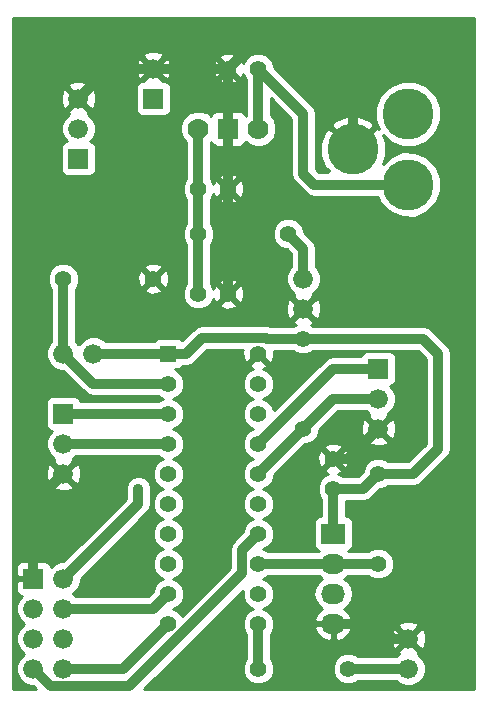
<source format=gbl>
%FSLAX46Y46*%
G04 Gerber Fmt 4.6, Leading zero omitted, Abs format (unit mm)*
G04 Created by KiCad (PCBNEW (2014-10-04 BZR 5163)-product) date So 05 Okt 2014 16:09:57 CEST*
%MOMM*%
G01*
G04 APERTURE LIST*
%ADD10C,0.100000*%
%ADD11R,1.397000X1.397000*%
%ADD12C,1.397000*%
%ADD13C,1.676400*%
%ADD14C,1.778000*%
%ADD15R,1.778000X1.778000*%
%ADD16R,2.032000X1.727200*%
%ADD17O,2.032000X1.727200*%
%ADD18R,1.676400X1.676400*%
%ADD19C,4.318000*%
%ADD20C,0.889000*%
%ADD21C,0.812800*%
%ADD22C,0.254000*%
G04 APERTURE END LIST*
D10*
D11*
X116840000Y-77470000D03*
D12*
X116840000Y-80010000D03*
X116840000Y-82550000D03*
X116840000Y-85090000D03*
X116840000Y-87630000D03*
X116840000Y-90170000D03*
X116840000Y-92710000D03*
X116840000Y-95250000D03*
X116840000Y-97790000D03*
X116840000Y-100330000D03*
X124460000Y-100330000D03*
X124460000Y-97790000D03*
X124460000Y-95250000D03*
X124460000Y-92710000D03*
X124460000Y-90170000D03*
X124460000Y-87630000D03*
X124460000Y-85090000D03*
X124460000Y-82550000D03*
X124460000Y-80010000D03*
X124460000Y-77470000D03*
X119380000Y-72390000D03*
X121920000Y-72390000D03*
X124460000Y-53340000D03*
X121920000Y-53340000D03*
X119380000Y-63500000D03*
X121920000Y-63500000D03*
D13*
X137160000Y-104140000D03*
X137160000Y-101600000D03*
D12*
X124460000Y-104140000D03*
X132080000Y-104140000D03*
D14*
X124460000Y-58420000D03*
D15*
X121920000Y-58420000D03*
D14*
X119380000Y-58420000D03*
D12*
X134620000Y-87630000D03*
X134620000Y-95250000D03*
D16*
X130810000Y-92710000D03*
D17*
X130810000Y-95250000D03*
X130810000Y-97790000D03*
X130810000Y-100330000D03*
D12*
X130810000Y-88900000D03*
X130810000Y-86360000D03*
D18*
X109220000Y-60960000D03*
D13*
X109220000Y-58420000D03*
X109220000Y-55880000D03*
X107950000Y-77470000D03*
X110490000Y-77470000D03*
D12*
X107950000Y-71120000D03*
X115570000Y-71120000D03*
D13*
X128270000Y-71120000D03*
X128270000Y-73660000D03*
D12*
X119380000Y-67310000D03*
X127000000Y-67310000D03*
D13*
X105410000Y-104140000D03*
X107950000Y-104140000D03*
X107950000Y-101600000D03*
X105410000Y-101600000D03*
X105410000Y-99060000D03*
X107950000Y-99060000D03*
X107950000Y-96520000D03*
D18*
X105410000Y-96520000D03*
X107950000Y-82550000D03*
D13*
X107950000Y-85090000D03*
X107950000Y-87630000D03*
D18*
X134620000Y-78740000D03*
D13*
X134620000Y-81280000D03*
X134620000Y-83820000D03*
D12*
X128270000Y-76200000D03*
X128270000Y-83820000D03*
D19*
X137160000Y-57150000D03*
X137160000Y-63150000D03*
X132460000Y-60150000D03*
D18*
X115570000Y-55880000D03*
D13*
X115570000Y-53340000D03*
D20*
X114300000Y-88900000D03*
D21*
X124460000Y-53340000D02*
X124460000Y-58420000D01*
X137160000Y-63150000D02*
X129190000Y-63150000D01*
X129190000Y-63150000D02*
X128270000Y-62230000D01*
X128270000Y-57150000D02*
X124460000Y-53340000D01*
X128270000Y-62230000D02*
X128270000Y-57150000D01*
X121920000Y-58420000D02*
X121920000Y-53340000D01*
X121920000Y-63500000D02*
X121920000Y-58420000D01*
X132080000Y-86360000D02*
X134620000Y-83820000D01*
X130810000Y-86360000D02*
X132080000Y-86360000D01*
X105410000Y-90170000D02*
X107950000Y-87630000D01*
X105410000Y-96520000D02*
X105410000Y-90170000D01*
X121920000Y-63500000D02*
X121920000Y-67310000D01*
X121920000Y-67310000D02*
X121920000Y-72390000D01*
X121920000Y-53340000D02*
X124460000Y-50800000D01*
X132460000Y-57096713D02*
X132460000Y-60150000D01*
X126163287Y-50800000D02*
X132460000Y-57096713D01*
X124460000Y-50800000D02*
X126163287Y-50800000D01*
X111760000Y-53340000D02*
X109220000Y-55880000D01*
X121920000Y-53340000D02*
X111760000Y-53340000D01*
X134620000Y-100330000D02*
X130810000Y-100330000D01*
X135890000Y-101600000D02*
X134620000Y-100330000D01*
X137160000Y-101600000D02*
X135890000Y-101600000D01*
X114300000Y-90170000D02*
X114300000Y-88900000D01*
X116840000Y-77470000D02*
X118351300Y-77470000D01*
X125112273Y-76111099D02*
X119710201Y-76111099D01*
X110490000Y-77470000D02*
X116840000Y-77470000D01*
X119380000Y-63500000D02*
X119380000Y-58420000D01*
X130810000Y-92710000D02*
X130810000Y-88900000D01*
X130810000Y-88900000D02*
X132080000Y-88900000D01*
X133350000Y-88900000D02*
X134620000Y-87630000D01*
X132080000Y-88900000D02*
X133350000Y-88900000D01*
X134620000Y-87630000D02*
X136971083Y-87630000D01*
X119380000Y-63500000D02*
X119380000Y-67310000D01*
X119380000Y-67310000D02*
X119380000Y-72390000D01*
X139700000Y-77470000D02*
X139700000Y-85518707D01*
X137588707Y-87630000D02*
X139700000Y-85518707D01*
X136971083Y-87630000D02*
X137588707Y-87630000D01*
X138430000Y-76200000D02*
X139700000Y-77470000D01*
X128270000Y-76200000D02*
X138430000Y-76200000D01*
X119710201Y-76111099D02*
X118351300Y-77470000D01*
X125201174Y-76200000D02*
X125112273Y-76111099D01*
X128270000Y-76200000D02*
X125201174Y-76200000D01*
X107950000Y-96520000D02*
X114300000Y-90170000D01*
X132080000Y-104140000D02*
X137160000Y-104140000D01*
X130810000Y-95250000D02*
X134620000Y-95250000D01*
X124460000Y-95250000D02*
X130810000Y-95250000D01*
X110490000Y-80010000D02*
X116840000Y-80010000D01*
X107950000Y-77470000D02*
X110490000Y-80010000D01*
X107950000Y-71120000D02*
X107950000Y-77470000D01*
X128270000Y-68580000D02*
X127000000Y-67310000D01*
X128270000Y-71120000D02*
X128270000Y-68580000D01*
X124460000Y-100330000D02*
X124460000Y-104140000D01*
X123761501Y-93408499D02*
X124460000Y-92710000D01*
X123101099Y-96080075D02*
X123101099Y-94068901D01*
X113542573Y-105638601D02*
X123101099Y-96080075D01*
X123101099Y-94068901D02*
X123761501Y-93408499D01*
X106908601Y-105638601D02*
X113542573Y-105638601D01*
X105410000Y-104140000D02*
X106908601Y-105638601D01*
X113030000Y-104140000D02*
X116840000Y-100330000D01*
X107950000Y-104140000D02*
X113030000Y-104140000D01*
X115570000Y-99060000D02*
X116840000Y-97790000D01*
X107950000Y-99060000D02*
X115570000Y-99060000D01*
X107950000Y-82550000D02*
X116840000Y-82550000D01*
X107950000Y-85090000D02*
X116840000Y-85090000D01*
X130810000Y-78740000D02*
X124460000Y-85090000D01*
X134620000Y-78740000D02*
X130810000Y-78740000D01*
X124460000Y-87630000D02*
X128270000Y-83820000D01*
X130810000Y-81280000D02*
X128270000Y-83820000D01*
X134620000Y-81280000D02*
X130810000Y-81280000D01*
D22*
G36*
X138658600Y-85087345D02*
X137157345Y-86588600D01*
X136971083Y-86588600D01*
X136104977Y-86588600D01*
X136104977Y-84045903D01*
X136078389Y-83460431D01*
X135905490Y-83043017D01*
X135655413Y-82964192D01*
X134799605Y-83820000D01*
X135655413Y-84675808D01*
X135905490Y-84596983D01*
X136104977Y-84045903D01*
X136104977Y-86588600D01*
X135475808Y-86588600D01*
X135475808Y-84855413D01*
X134620000Y-83999605D01*
X134440395Y-84179210D01*
X134440395Y-83820000D01*
X133584587Y-82964192D01*
X133334510Y-83043017D01*
X133135023Y-83594097D01*
X133161611Y-84179569D01*
X133334510Y-84596983D01*
X133584587Y-84675808D01*
X134440395Y-83820000D01*
X134440395Y-84179210D01*
X133764192Y-84855413D01*
X133843017Y-85105490D01*
X134394097Y-85304977D01*
X134979569Y-85278389D01*
X135396983Y-85105490D01*
X135475808Y-84855413D01*
X135475808Y-86588600D01*
X135464625Y-86588600D01*
X135376353Y-86500173D01*
X134886413Y-86296732D01*
X134355914Y-86296269D01*
X133865620Y-86498854D01*
X133490173Y-86873647D01*
X133286732Y-87363587D01*
X133286621Y-87490616D01*
X132918638Y-87858600D01*
X132155927Y-87858600D01*
X132155927Y-86552520D01*
X132127148Y-86022801D01*
X131979800Y-85667071D01*
X131744188Y-85605417D01*
X131564583Y-85785022D01*
X131564583Y-85425812D01*
X131502929Y-85190200D01*
X131002520Y-85014073D01*
X130472801Y-85042852D01*
X130117071Y-85190200D01*
X130055417Y-85425812D01*
X130810000Y-86180395D01*
X131564583Y-85425812D01*
X131564583Y-85785022D01*
X130989605Y-86360000D01*
X131744188Y-87114583D01*
X131979800Y-87052929D01*
X132155927Y-86552520D01*
X132155927Y-87858600D01*
X132080000Y-87858600D01*
X131654625Y-87858600D01*
X131566353Y-87770173D01*
X131244881Y-87636686D01*
X131502929Y-87529800D01*
X131564583Y-87294188D01*
X130810000Y-86539605D01*
X130630395Y-86719210D01*
X130630395Y-86360000D01*
X129875812Y-85605417D01*
X129640200Y-85667071D01*
X129464073Y-86167480D01*
X129492852Y-86697199D01*
X129640200Y-87052929D01*
X129875812Y-87114583D01*
X130630395Y-86360000D01*
X130630395Y-86719210D01*
X130055417Y-87294188D01*
X130117071Y-87529800D01*
X130396311Y-87628083D01*
X130055620Y-87768854D01*
X129680173Y-88143647D01*
X129476732Y-88633587D01*
X129476269Y-89164086D01*
X129678854Y-89654380D01*
X129768600Y-89744282D01*
X129768600Y-91211400D01*
X129667691Y-91211400D01*
X129434302Y-91308073D01*
X129255673Y-91486701D01*
X129159000Y-91720090D01*
X129159000Y-91972709D01*
X129159000Y-93699909D01*
X129255673Y-93933298D01*
X129434301Y-94111927D01*
X129587779Y-94175500D01*
X129565585Y-94190330D01*
X129553377Y-94208600D01*
X125304625Y-94208600D01*
X125216353Y-94120173D01*
X124878553Y-93979906D01*
X125214380Y-93841146D01*
X125589827Y-93466353D01*
X125793268Y-92976413D01*
X125793731Y-92445914D01*
X125591146Y-91955620D01*
X125216353Y-91580173D01*
X124878553Y-91439906D01*
X125214380Y-91301146D01*
X125589827Y-90926353D01*
X125793268Y-90436413D01*
X125793731Y-89905914D01*
X125591146Y-89415620D01*
X125216353Y-89040173D01*
X124878553Y-88899906D01*
X125214380Y-88761146D01*
X125589827Y-88386353D01*
X125793268Y-87896413D01*
X125793378Y-87769383D01*
X128409140Y-85153621D01*
X128534086Y-85153731D01*
X129024380Y-84951146D01*
X129399827Y-84576353D01*
X129603268Y-84086413D01*
X129603378Y-83959383D01*
X131241362Y-82321400D01*
X133577979Y-82321400D01*
X133784409Y-82528190D01*
X133837995Y-82550441D01*
X133764192Y-82784587D01*
X134620000Y-83640395D01*
X135475808Y-82784587D01*
X135402129Y-82550836D01*
X135453411Y-82529647D01*
X135868190Y-82115591D01*
X136092944Y-81574323D01*
X136093455Y-80988248D01*
X135869647Y-80446589D01*
X135621407Y-80197916D01*
X135817898Y-80116527D01*
X135996527Y-79937899D01*
X136093200Y-79704510D01*
X136093200Y-79451891D01*
X136093200Y-77775491D01*
X135996527Y-77542102D01*
X135817899Y-77363473D01*
X135584510Y-77266800D01*
X135331891Y-77266800D01*
X133655491Y-77266800D01*
X133422102Y-77363473D01*
X133243473Y-77542101D01*
X133178648Y-77698600D01*
X130810000Y-77698600D01*
X130411473Y-77777872D01*
X130073619Y-78003619D01*
X125793027Y-82284210D01*
X125591146Y-81795620D01*
X125216353Y-81420173D01*
X124878553Y-81279906D01*
X125214380Y-81141146D01*
X125589827Y-80766353D01*
X125793268Y-80276413D01*
X125793731Y-79745914D01*
X125591146Y-79255620D01*
X125216353Y-78880173D01*
X124894881Y-78746686D01*
X125152929Y-78639800D01*
X125214583Y-78404188D01*
X124460000Y-77649605D01*
X123705417Y-78404188D01*
X123767071Y-78639800D01*
X124046311Y-78738083D01*
X123705620Y-78878854D01*
X123330173Y-79253647D01*
X123126732Y-79743587D01*
X123126269Y-80274086D01*
X123328854Y-80764380D01*
X123703647Y-81139827D01*
X124041446Y-81280093D01*
X123705620Y-81418854D01*
X123330173Y-81793647D01*
X123126732Y-82283587D01*
X123126269Y-82814086D01*
X123328854Y-83304380D01*
X123703647Y-83679827D01*
X124041446Y-83820093D01*
X123705620Y-83958854D01*
X123330173Y-84333647D01*
X123126732Y-84823587D01*
X123126269Y-85354086D01*
X123328854Y-85844380D01*
X123703647Y-86219827D01*
X124041446Y-86360093D01*
X123705620Y-86498854D01*
X123330173Y-86873647D01*
X123126732Y-87363587D01*
X123126269Y-87894086D01*
X123328854Y-88384380D01*
X123703647Y-88759827D01*
X124041446Y-88900093D01*
X123705620Y-89038854D01*
X123330173Y-89413647D01*
X123126732Y-89903587D01*
X123126269Y-90434086D01*
X123328854Y-90924380D01*
X123703647Y-91299827D01*
X124041446Y-91440093D01*
X123705620Y-91578854D01*
X123330173Y-91953647D01*
X123126732Y-92443587D01*
X123126621Y-92570616D01*
X123025120Y-92672118D01*
X122364718Y-93332520D01*
X122138971Y-93670374D01*
X122059699Y-94068901D01*
X122059699Y-95648713D01*
X118018408Y-99690003D01*
X117971146Y-99575620D01*
X117596353Y-99200173D01*
X117258553Y-99059906D01*
X117594380Y-98921146D01*
X117969827Y-98546353D01*
X118173268Y-98056413D01*
X118173731Y-97525914D01*
X117971146Y-97035620D01*
X117596353Y-96660173D01*
X117258553Y-96519906D01*
X117594380Y-96381146D01*
X117969827Y-96006353D01*
X118173268Y-95516413D01*
X118173731Y-94985914D01*
X117971146Y-94495620D01*
X117596353Y-94120173D01*
X117258553Y-93979906D01*
X117594380Y-93841146D01*
X117969827Y-93466353D01*
X118173268Y-92976413D01*
X118173731Y-92445914D01*
X117971146Y-91955620D01*
X117596353Y-91580173D01*
X117258553Y-91439906D01*
X117594380Y-91301146D01*
X117969827Y-90926353D01*
X118173268Y-90436413D01*
X118173731Y-89905914D01*
X117971146Y-89415620D01*
X117596353Y-89040173D01*
X117258553Y-88899906D01*
X117594380Y-88761146D01*
X117969827Y-88386353D01*
X118173268Y-87896413D01*
X118173731Y-87365914D01*
X117971146Y-86875620D01*
X117596353Y-86500173D01*
X117258553Y-86359906D01*
X117594380Y-86221146D01*
X117969827Y-85846353D01*
X118173268Y-85356413D01*
X118173731Y-84825914D01*
X117971146Y-84335620D01*
X117596353Y-83960173D01*
X117258553Y-83819906D01*
X117594380Y-83681146D01*
X117969827Y-83306353D01*
X118173268Y-82816413D01*
X118173731Y-82285914D01*
X117971146Y-81795620D01*
X117596353Y-81420173D01*
X117258553Y-81279906D01*
X117594380Y-81141146D01*
X117969827Y-80766353D01*
X118173268Y-80276413D01*
X118173731Y-79745914D01*
X117971146Y-79255620D01*
X117596353Y-78880173D01*
X117411704Y-78803500D01*
X117664809Y-78803500D01*
X117898198Y-78706827D01*
X118076827Y-78528199D01*
X118083785Y-78511400D01*
X118351300Y-78511400D01*
X118749826Y-78432128D01*
X118749827Y-78432128D01*
X119087681Y-78206381D01*
X120141563Y-77152499D01*
X123158062Y-77152499D01*
X123114073Y-77277480D01*
X123142852Y-77807199D01*
X123290200Y-78162929D01*
X123525812Y-78224583D01*
X124280395Y-77470000D01*
X124266252Y-77455857D01*
X124445857Y-77276252D01*
X124460000Y-77290395D01*
X124474142Y-77276252D01*
X124653747Y-77455857D01*
X124639605Y-77470000D01*
X125394188Y-78224583D01*
X125629800Y-78162929D01*
X125805927Y-77662520D01*
X125783048Y-77241400D01*
X127425374Y-77241400D01*
X127513647Y-77329827D01*
X128003587Y-77533268D01*
X128534086Y-77533731D01*
X129024380Y-77331146D01*
X129114282Y-77241400D01*
X137998638Y-77241400D01*
X138658600Y-77901362D01*
X138658600Y-85087345D01*
X138658600Y-85087345D01*
G37*
X138658600Y-85087345D02*
X137157345Y-86588600D01*
X136971083Y-86588600D01*
X136104977Y-86588600D01*
X136104977Y-84045903D01*
X136078389Y-83460431D01*
X135905490Y-83043017D01*
X135655413Y-82964192D01*
X134799605Y-83820000D01*
X135655413Y-84675808D01*
X135905490Y-84596983D01*
X136104977Y-84045903D01*
X136104977Y-86588600D01*
X135475808Y-86588600D01*
X135475808Y-84855413D01*
X134620000Y-83999605D01*
X134440395Y-84179210D01*
X134440395Y-83820000D01*
X133584587Y-82964192D01*
X133334510Y-83043017D01*
X133135023Y-83594097D01*
X133161611Y-84179569D01*
X133334510Y-84596983D01*
X133584587Y-84675808D01*
X134440395Y-83820000D01*
X134440395Y-84179210D01*
X133764192Y-84855413D01*
X133843017Y-85105490D01*
X134394097Y-85304977D01*
X134979569Y-85278389D01*
X135396983Y-85105490D01*
X135475808Y-84855413D01*
X135475808Y-86588600D01*
X135464625Y-86588600D01*
X135376353Y-86500173D01*
X134886413Y-86296732D01*
X134355914Y-86296269D01*
X133865620Y-86498854D01*
X133490173Y-86873647D01*
X133286732Y-87363587D01*
X133286621Y-87490616D01*
X132918638Y-87858600D01*
X132155927Y-87858600D01*
X132155927Y-86552520D01*
X132127148Y-86022801D01*
X131979800Y-85667071D01*
X131744188Y-85605417D01*
X131564583Y-85785022D01*
X131564583Y-85425812D01*
X131502929Y-85190200D01*
X131002520Y-85014073D01*
X130472801Y-85042852D01*
X130117071Y-85190200D01*
X130055417Y-85425812D01*
X130810000Y-86180395D01*
X131564583Y-85425812D01*
X131564583Y-85785022D01*
X130989605Y-86360000D01*
X131744188Y-87114583D01*
X131979800Y-87052929D01*
X132155927Y-86552520D01*
X132155927Y-87858600D01*
X132080000Y-87858600D01*
X131654625Y-87858600D01*
X131566353Y-87770173D01*
X131244881Y-87636686D01*
X131502929Y-87529800D01*
X131564583Y-87294188D01*
X130810000Y-86539605D01*
X130630395Y-86719210D01*
X130630395Y-86360000D01*
X129875812Y-85605417D01*
X129640200Y-85667071D01*
X129464073Y-86167480D01*
X129492852Y-86697199D01*
X129640200Y-87052929D01*
X129875812Y-87114583D01*
X130630395Y-86360000D01*
X130630395Y-86719210D01*
X130055417Y-87294188D01*
X130117071Y-87529800D01*
X130396311Y-87628083D01*
X130055620Y-87768854D01*
X129680173Y-88143647D01*
X129476732Y-88633587D01*
X129476269Y-89164086D01*
X129678854Y-89654380D01*
X129768600Y-89744282D01*
X129768600Y-91211400D01*
X129667691Y-91211400D01*
X129434302Y-91308073D01*
X129255673Y-91486701D01*
X129159000Y-91720090D01*
X129159000Y-91972709D01*
X129159000Y-93699909D01*
X129255673Y-93933298D01*
X129434301Y-94111927D01*
X129587779Y-94175500D01*
X129565585Y-94190330D01*
X129553377Y-94208600D01*
X125304625Y-94208600D01*
X125216353Y-94120173D01*
X124878553Y-93979906D01*
X125214380Y-93841146D01*
X125589827Y-93466353D01*
X125793268Y-92976413D01*
X125793731Y-92445914D01*
X125591146Y-91955620D01*
X125216353Y-91580173D01*
X124878553Y-91439906D01*
X125214380Y-91301146D01*
X125589827Y-90926353D01*
X125793268Y-90436413D01*
X125793731Y-89905914D01*
X125591146Y-89415620D01*
X125216353Y-89040173D01*
X124878553Y-88899906D01*
X125214380Y-88761146D01*
X125589827Y-88386353D01*
X125793268Y-87896413D01*
X125793378Y-87769383D01*
X128409140Y-85153621D01*
X128534086Y-85153731D01*
X129024380Y-84951146D01*
X129399827Y-84576353D01*
X129603268Y-84086413D01*
X129603378Y-83959383D01*
X131241362Y-82321400D01*
X133577979Y-82321400D01*
X133784409Y-82528190D01*
X133837995Y-82550441D01*
X133764192Y-82784587D01*
X134620000Y-83640395D01*
X135475808Y-82784587D01*
X135402129Y-82550836D01*
X135453411Y-82529647D01*
X135868190Y-82115591D01*
X136092944Y-81574323D01*
X136093455Y-80988248D01*
X135869647Y-80446589D01*
X135621407Y-80197916D01*
X135817898Y-80116527D01*
X135996527Y-79937899D01*
X136093200Y-79704510D01*
X136093200Y-79451891D01*
X136093200Y-77775491D01*
X135996527Y-77542102D01*
X135817899Y-77363473D01*
X135584510Y-77266800D01*
X135331891Y-77266800D01*
X133655491Y-77266800D01*
X133422102Y-77363473D01*
X133243473Y-77542101D01*
X133178648Y-77698600D01*
X130810000Y-77698600D01*
X130411473Y-77777872D01*
X130073619Y-78003619D01*
X125793027Y-82284210D01*
X125591146Y-81795620D01*
X125216353Y-81420173D01*
X124878553Y-81279906D01*
X125214380Y-81141146D01*
X125589827Y-80766353D01*
X125793268Y-80276413D01*
X125793731Y-79745914D01*
X125591146Y-79255620D01*
X125216353Y-78880173D01*
X124894881Y-78746686D01*
X125152929Y-78639800D01*
X125214583Y-78404188D01*
X124460000Y-77649605D01*
X123705417Y-78404188D01*
X123767071Y-78639800D01*
X124046311Y-78738083D01*
X123705620Y-78878854D01*
X123330173Y-79253647D01*
X123126732Y-79743587D01*
X123126269Y-80274086D01*
X123328854Y-80764380D01*
X123703647Y-81139827D01*
X124041446Y-81280093D01*
X123705620Y-81418854D01*
X123330173Y-81793647D01*
X123126732Y-82283587D01*
X123126269Y-82814086D01*
X123328854Y-83304380D01*
X123703647Y-83679827D01*
X124041446Y-83820093D01*
X123705620Y-83958854D01*
X123330173Y-84333647D01*
X123126732Y-84823587D01*
X123126269Y-85354086D01*
X123328854Y-85844380D01*
X123703647Y-86219827D01*
X124041446Y-86360093D01*
X123705620Y-86498854D01*
X123330173Y-86873647D01*
X123126732Y-87363587D01*
X123126269Y-87894086D01*
X123328854Y-88384380D01*
X123703647Y-88759827D01*
X124041446Y-88900093D01*
X123705620Y-89038854D01*
X123330173Y-89413647D01*
X123126732Y-89903587D01*
X123126269Y-90434086D01*
X123328854Y-90924380D01*
X123703647Y-91299827D01*
X124041446Y-91440093D01*
X123705620Y-91578854D01*
X123330173Y-91953647D01*
X123126732Y-92443587D01*
X123126621Y-92570616D01*
X123025120Y-92672118D01*
X122364718Y-93332520D01*
X122138971Y-93670374D01*
X122059699Y-94068901D01*
X122059699Y-95648713D01*
X118018408Y-99690003D01*
X117971146Y-99575620D01*
X117596353Y-99200173D01*
X117258553Y-99059906D01*
X117594380Y-98921146D01*
X117969827Y-98546353D01*
X118173268Y-98056413D01*
X118173731Y-97525914D01*
X117971146Y-97035620D01*
X117596353Y-96660173D01*
X117258553Y-96519906D01*
X117594380Y-96381146D01*
X117969827Y-96006353D01*
X118173268Y-95516413D01*
X118173731Y-94985914D01*
X117971146Y-94495620D01*
X117596353Y-94120173D01*
X117258553Y-93979906D01*
X117594380Y-93841146D01*
X117969827Y-93466353D01*
X118173268Y-92976413D01*
X118173731Y-92445914D01*
X117971146Y-91955620D01*
X117596353Y-91580173D01*
X117258553Y-91439906D01*
X117594380Y-91301146D01*
X117969827Y-90926353D01*
X118173268Y-90436413D01*
X118173731Y-89905914D01*
X117971146Y-89415620D01*
X117596353Y-89040173D01*
X117258553Y-88899906D01*
X117594380Y-88761146D01*
X117969827Y-88386353D01*
X118173268Y-87896413D01*
X118173731Y-87365914D01*
X117971146Y-86875620D01*
X117596353Y-86500173D01*
X117258553Y-86359906D01*
X117594380Y-86221146D01*
X117969827Y-85846353D01*
X118173268Y-85356413D01*
X118173731Y-84825914D01*
X117971146Y-84335620D01*
X117596353Y-83960173D01*
X117258553Y-83819906D01*
X117594380Y-83681146D01*
X117969827Y-83306353D01*
X118173268Y-82816413D01*
X118173731Y-82285914D01*
X117971146Y-81795620D01*
X117596353Y-81420173D01*
X117258553Y-81279906D01*
X117594380Y-81141146D01*
X117969827Y-80766353D01*
X118173268Y-80276413D01*
X118173731Y-79745914D01*
X117971146Y-79255620D01*
X117596353Y-78880173D01*
X117411704Y-78803500D01*
X117664809Y-78803500D01*
X117898198Y-78706827D01*
X118076827Y-78528199D01*
X118083785Y-78511400D01*
X118351300Y-78511400D01*
X118749826Y-78432128D01*
X118749827Y-78432128D01*
X119087681Y-78206381D01*
X120141563Y-77152499D01*
X123158062Y-77152499D01*
X123114073Y-77277480D01*
X123142852Y-77807199D01*
X123290200Y-78162929D01*
X123525812Y-78224583D01*
X124280395Y-77470000D01*
X124266252Y-77455857D01*
X124445857Y-77276252D01*
X124460000Y-77290395D01*
X124474142Y-77276252D01*
X124653747Y-77455857D01*
X124639605Y-77470000D01*
X125394188Y-78224583D01*
X125629800Y-78162929D01*
X125805927Y-77662520D01*
X125783048Y-77241400D01*
X127425374Y-77241400D01*
X127513647Y-77329827D01*
X128003587Y-77533268D01*
X128534086Y-77533731D01*
X129024380Y-77331146D01*
X129114282Y-77241400D01*
X137998638Y-77241400D01*
X138658600Y-77901362D01*
X138658600Y-85087345D01*
G36*
X142684500Y-105854500D02*
X138644977Y-105854500D01*
X138644977Y-101825903D01*
X138618389Y-101240431D01*
X138445490Y-100823017D01*
X138195413Y-100744192D01*
X138015808Y-100923797D01*
X138015808Y-100564587D01*
X137936983Y-100314510D01*
X137385903Y-100115023D01*
X136800431Y-100141611D01*
X136383017Y-100314510D01*
X136304192Y-100564587D01*
X137160000Y-101420395D01*
X138015808Y-100564587D01*
X138015808Y-100923797D01*
X137339605Y-101600000D01*
X138195413Y-102455808D01*
X138445490Y-102376983D01*
X138644977Y-101825903D01*
X138644977Y-105854500D01*
X138633455Y-105854500D01*
X138633455Y-103848248D01*
X138409647Y-103306589D01*
X137995591Y-102891810D01*
X137942004Y-102869558D01*
X138015808Y-102635413D01*
X137160000Y-101779605D01*
X136980395Y-101959210D01*
X136980395Y-101600000D01*
X136124587Y-100744192D01*
X135874510Y-100823017D01*
X135675023Y-101374097D01*
X135701611Y-101959569D01*
X135874510Y-102376983D01*
X136124587Y-102455808D01*
X136980395Y-101600000D01*
X136980395Y-101959210D01*
X136304192Y-102635413D01*
X136377870Y-102869163D01*
X136326589Y-102890353D01*
X136117978Y-103098600D01*
X132924625Y-103098600D01*
X132836353Y-103010173D01*
X132417358Y-102836190D01*
X132417358Y-100689026D01*
X132296217Y-100457000D01*
X130937000Y-100457000D01*
X130937000Y-101670924D01*
X131171913Y-101815184D01*
X131724320Y-101621954D01*
X132160732Y-101232036D01*
X132414709Y-100704791D01*
X132417358Y-100689026D01*
X132417358Y-102836190D01*
X132346413Y-102806732D01*
X131815914Y-102806269D01*
X131325620Y-103008854D01*
X130950173Y-103383647D01*
X130746732Y-103873587D01*
X130746269Y-104404086D01*
X130948854Y-104894380D01*
X131323647Y-105269827D01*
X131813587Y-105473268D01*
X132344086Y-105473731D01*
X132834380Y-105271146D01*
X132924282Y-105181400D01*
X136117979Y-105181400D01*
X136324409Y-105388190D01*
X136865677Y-105612944D01*
X137451752Y-105613455D01*
X137993411Y-105389647D01*
X138408190Y-104975591D01*
X138632944Y-104434323D01*
X138633455Y-103848248D01*
X138633455Y-105854500D01*
X130683000Y-105854500D01*
X130683000Y-101670924D01*
X130683000Y-100457000D01*
X129323783Y-100457000D01*
X129202642Y-100689026D01*
X129205291Y-100704791D01*
X129459268Y-101232036D01*
X129895680Y-101621954D01*
X130448087Y-101815184D01*
X130683000Y-101670924D01*
X130683000Y-105854500D01*
X114799436Y-105854500D01*
X123126728Y-97527207D01*
X123126269Y-98054086D01*
X123328854Y-98544380D01*
X123703647Y-98919827D01*
X124041446Y-99060093D01*
X123705620Y-99198854D01*
X123330173Y-99573647D01*
X123126732Y-100063587D01*
X123126269Y-100594086D01*
X123328854Y-101084380D01*
X123418600Y-101174282D01*
X123418600Y-103295374D01*
X123330173Y-103383647D01*
X123126732Y-103873587D01*
X123126269Y-104404086D01*
X123328854Y-104894380D01*
X123703647Y-105269827D01*
X124193587Y-105473268D01*
X124724086Y-105473731D01*
X125214380Y-105271146D01*
X125589827Y-104896353D01*
X125793268Y-104406413D01*
X125793731Y-103875914D01*
X125591146Y-103385620D01*
X125501400Y-103295717D01*
X125501400Y-101174625D01*
X125589827Y-101086353D01*
X125793268Y-100596413D01*
X125793731Y-100065914D01*
X125591146Y-99575620D01*
X125216353Y-99200173D01*
X124878553Y-99059906D01*
X125214380Y-98921146D01*
X125589827Y-98546353D01*
X125793268Y-98056413D01*
X125793731Y-97525914D01*
X125591146Y-97035620D01*
X125216353Y-96660173D01*
X124878553Y-96519906D01*
X125214380Y-96381146D01*
X125304282Y-96291400D01*
X129553377Y-96291400D01*
X129565585Y-96309670D01*
X129880365Y-96520000D01*
X129565585Y-96730330D01*
X129240729Y-97216511D01*
X129126655Y-97790000D01*
X129240729Y-98363489D01*
X129565585Y-98849670D01*
X129875069Y-99056460D01*
X129459268Y-99427964D01*
X129205291Y-99955209D01*
X129202642Y-99970974D01*
X129323783Y-100203000D01*
X130683000Y-100203000D01*
X130683000Y-100183000D01*
X130937000Y-100183000D01*
X130937000Y-100203000D01*
X132296217Y-100203000D01*
X132417358Y-99970974D01*
X132414709Y-99955209D01*
X132160732Y-99427964D01*
X131744930Y-99056460D01*
X132054415Y-98849670D01*
X132379271Y-98363489D01*
X132493345Y-97790000D01*
X132379271Y-97216511D01*
X132054415Y-96730330D01*
X131739634Y-96520000D01*
X132054415Y-96309670D01*
X132066622Y-96291400D01*
X133775374Y-96291400D01*
X133863647Y-96379827D01*
X134353587Y-96583268D01*
X134884086Y-96583731D01*
X135374380Y-96381146D01*
X135749827Y-96006353D01*
X135953268Y-95516413D01*
X135953731Y-94985914D01*
X135751146Y-94495620D01*
X135376353Y-94120173D01*
X134886413Y-93916732D01*
X134355914Y-93916269D01*
X133865620Y-94118854D01*
X133775717Y-94208600D01*
X132066622Y-94208600D01*
X132054415Y-94190330D01*
X132032219Y-94175499D01*
X132185698Y-94111927D01*
X132364327Y-93933299D01*
X132461000Y-93699910D01*
X132461000Y-93447291D01*
X132461000Y-91720091D01*
X132364327Y-91486702D01*
X132185699Y-91308073D01*
X131952310Y-91211400D01*
X131851400Y-91211400D01*
X131851400Y-89941400D01*
X132080000Y-89941400D01*
X133350000Y-89941400D01*
X133748526Y-89862128D01*
X133748527Y-89862128D01*
X134086381Y-89636381D01*
X134759140Y-88963621D01*
X134884086Y-88963731D01*
X135374380Y-88761146D01*
X135464282Y-88671400D01*
X136971083Y-88671400D01*
X137588707Y-88671400D01*
X137987233Y-88592128D01*
X137987234Y-88592128D01*
X138325088Y-88366381D01*
X140436381Y-86255088D01*
X140662128Y-85917234D01*
X140662128Y-85917233D01*
X140741400Y-85518707D01*
X140741400Y-77470000D01*
X140662128Y-77071474D01*
X140662128Y-77071473D01*
X140436381Y-76733619D01*
X139954484Y-76251722D01*
X139954484Y-62596677D01*
X139530019Y-61569394D01*
X138744740Y-60782743D01*
X137718199Y-60356486D01*
X136606677Y-60355516D01*
X135579394Y-60779981D01*
X134974006Y-61384312D01*
X135256921Y-60690873D01*
X135251001Y-59579366D01*
X134977058Y-58918010D01*
X135575260Y-59517257D01*
X136601801Y-59943514D01*
X137713323Y-59944484D01*
X138740606Y-59520019D01*
X139527257Y-58734740D01*
X139953514Y-57708199D01*
X139954484Y-56596677D01*
X139530019Y-55569394D01*
X138744740Y-54782743D01*
X137718199Y-54356486D01*
X136606677Y-54355516D01*
X135579394Y-54779981D01*
X134792743Y-55565260D01*
X134366486Y-56591801D01*
X134365516Y-57703323D01*
X134690081Y-58488830D01*
X134449790Y-58339815D01*
X134270185Y-58519420D01*
X134270185Y-58160210D01*
X134030037Y-57772965D01*
X133000873Y-57353079D01*
X131889366Y-57358999D01*
X130889963Y-57772965D01*
X130649815Y-58160210D01*
X132460000Y-59970395D01*
X134270185Y-58160210D01*
X134270185Y-58519420D01*
X132639605Y-60150000D01*
X132653747Y-60164142D01*
X132474142Y-60343747D01*
X132460000Y-60329605D01*
X132445857Y-60343747D01*
X132280395Y-60178285D01*
X132266252Y-60164142D01*
X132280395Y-60150000D01*
X130470210Y-58339815D01*
X130082965Y-58579963D01*
X129663079Y-59609127D01*
X129668999Y-60720634D01*
X130082965Y-61720037D01*
X130470208Y-61960183D01*
X130357593Y-62072799D01*
X130393394Y-62108600D01*
X129621362Y-62108600D01*
X129311400Y-61798638D01*
X129311400Y-57150000D01*
X129232129Y-56751474D01*
X129232128Y-56751473D01*
X129006381Y-56413619D01*
X125793621Y-53200859D01*
X125793731Y-53075914D01*
X125591146Y-52585620D01*
X125216353Y-52210173D01*
X124726413Y-52006732D01*
X124195914Y-52006269D01*
X123705620Y-52208854D01*
X123330173Y-52583647D01*
X123196686Y-52905118D01*
X123089800Y-52647071D01*
X122854188Y-52585417D01*
X122674583Y-52765022D01*
X122674583Y-52405812D01*
X122612929Y-52170200D01*
X122112520Y-51994073D01*
X121582801Y-52022852D01*
X121227071Y-52170200D01*
X121165417Y-52405812D01*
X121920000Y-53160395D01*
X122674583Y-52405812D01*
X122674583Y-52765022D01*
X122099605Y-53340000D01*
X122854188Y-54094583D01*
X123089800Y-54032929D01*
X123188083Y-53753688D01*
X123328854Y-54094380D01*
X123418600Y-54184282D01*
X123418600Y-57306200D01*
X123407707Y-57317073D01*
X123347327Y-57171302D01*
X123168699Y-56992673D01*
X122935310Y-56896000D01*
X122682691Y-56896000D01*
X122674583Y-56896000D01*
X122674583Y-54274188D01*
X121920000Y-53519605D01*
X121740395Y-53699210D01*
X121740395Y-53340000D01*
X120985812Y-52585417D01*
X120750200Y-52647071D01*
X120574073Y-53147480D01*
X120602852Y-53677199D01*
X120750200Y-54032929D01*
X120985812Y-54094583D01*
X121740395Y-53340000D01*
X121740395Y-53699210D01*
X121165417Y-54274188D01*
X121227071Y-54509800D01*
X121727480Y-54685927D01*
X122257199Y-54657148D01*
X122612929Y-54509800D01*
X122674583Y-54274188D01*
X122674583Y-56896000D01*
X122205750Y-56896000D01*
X122047000Y-57054750D01*
X122047000Y-58293000D01*
X122067000Y-58293000D01*
X122067000Y-58547000D01*
X122047000Y-58547000D01*
X122047000Y-59785250D01*
X122205750Y-59944000D01*
X122682691Y-59944000D01*
X122935310Y-59944000D01*
X123168699Y-59847327D01*
X123347327Y-59668698D01*
X123407681Y-59522988D01*
X123595596Y-59711231D01*
X124155528Y-59943735D01*
X124761812Y-59944264D01*
X125322149Y-59712738D01*
X125751231Y-59284404D01*
X125983735Y-58724472D01*
X125984264Y-58118188D01*
X125752738Y-57557851D01*
X125501400Y-57306074D01*
X125501400Y-55854162D01*
X127228600Y-57581362D01*
X127228600Y-62230000D01*
X127307872Y-62628527D01*
X127533619Y-62966381D01*
X128453619Y-63886381D01*
X128791473Y-64112128D01*
X128791474Y-64112128D01*
X129190000Y-64191400D01*
X134567185Y-64191400D01*
X134789981Y-64730606D01*
X135575260Y-65517257D01*
X136601801Y-65943514D01*
X137713323Y-65944484D01*
X138740606Y-65520019D01*
X139527257Y-64734740D01*
X139953514Y-63708199D01*
X139954484Y-62596677D01*
X139954484Y-76251722D01*
X139166381Y-75463619D01*
X138828527Y-75237872D01*
X138430000Y-75158600D01*
X129754977Y-75158600D01*
X129754977Y-73885903D01*
X129743455Y-73632186D01*
X129743455Y-70828248D01*
X129519647Y-70286589D01*
X129311400Y-70077978D01*
X129311400Y-68580000D01*
X129232128Y-68181474D01*
X129232128Y-68181473D01*
X129006381Y-67843619D01*
X128333621Y-67170859D01*
X128333731Y-67045914D01*
X128131146Y-66555620D01*
X127756353Y-66180173D01*
X127266413Y-65976732D01*
X126735914Y-65976269D01*
X126245620Y-66178854D01*
X125870173Y-66553647D01*
X125666732Y-67043587D01*
X125666269Y-67574086D01*
X125868854Y-68064380D01*
X126243647Y-68439827D01*
X126733587Y-68643268D01*
X126860616Y-68643378D01*
X127228600Y-69011362D01*
X127228600Y-70077979D01*
X127021810Y-70284409D01*
X126797056Y-70825677D01*
X126796545Y-71411752D01*
X127020353Y-71953411D01*
X127434409Y-72368190D01*
X127487995Y-72390441D01*
X127414192Y-72624587D01*
X128270000Y-73480395D01*
X129125808Y-72624587D01*
X129052129Y-72390836D01*
X129103411Y-72369647D01*
X129518190Y-71955591D01*
X129742944Y-71414323D01*
X129743455Y-70828248D01*
X129743455Y-73632186D01*
X129728389Y-73300431D01*
X129555490Y-72883017D01*
X129305413Y-72804192D01*
X128449605Y-73660000D01*
X129305413Y-74515808D01*
X129555490Y-74436983D01*
X129754977Y-73885903D01*
X129754977Y-75158600D01*
X129114625Y-75158600D01*
X129026353Y-75070173D01*
X128886335Y-75012032D01*
X129046983Y-74945490D01*
X129125808Y-74695413D01*
X128270000Y-73839605D01*
X128090395Y-74019210D01*
X128090395Y-73660000D01*
X127234587Y-72804192D01*
X126984510Y-72883017D01*
X126785023Y-73434097D01*
X126811611Y-74019569D01*
X126984510Y-74436983D01*
X127234587Y-74515808D01*
X128090395Y-73660000D01*
X128090395Y-74019210D01*
X127414192Y-74695413D01*
X127493017Y-74945490D01*
X127664206Y-75007459D01*
X127515620Y-75068854D01*
X127425717Y-75158600D01*
X125525210Y-75158600D01*
X125510800Y-75148971D01*
X125112273Y-75069699D01*
X123265927Y-75069699D01*
X123265927Y-72582520D01*
X123265927Y-63692520D01*
X123237148Y-63162801D01*
X123089800Y-62807071D01*
X122854188Y-62745417D01*
X122674583Y-62925022D01*
X122674583Y-62565812D01*
X122612929Y-62330200D01*
X122112520Y-62154073D01*
X121793000Y-62171432D01*
X121793000Y-59785250D01*
X121793000Y-58547000D01*
X121773000Y-58547000D01*
X121773000Y-58293000D01*
X121793000Y-58293000D01*
X121793000Y-57054750D01*
X121634250Y-56896000D01*
X121157309Y-56896000D01*
X120904690Y-56896000D01*
X120671301Y-56992673D01*
X120492673Y-57171302D01*
X120432318Y-57317011D01*
X120244404Y-57128769D01*
X119684472Y-56896265D01*
X119078188Y-56895736D01*
X118517851Y-57127262D01*
X118088769Y-57555596D01*
X117856265Y-58115528D01*
X117855736Y-58721812D01*
X118087262Y-59282149D01*
X118338600Y-59533925D01*
X118338600Y-62655374D01*
X118250173Y-62743647D01*
X118046732Y-63233587D01*
X118046269Y-63764086D01*
X118248854Y-64254380D01*
X118338600Y-64344282D01*
X118338600Y-66465374D01*
X118250173Y-66553647D01*
X118046732Y-67043587D01*
X118046269Y-67574086D01*
X118248854Y-68064380D01*
X118338600Y-68154282D01*
X118338600Y-71545374D01*
X118250173Y-71633647D01*
X118046732Y-72123587D01*
X118046269Y-72654086D01*
X118248854Y-73144380D01*
X118623647Y-73519827D01*
X119113587Y-73723268D01*
X119644086Y-73723731D01*
X120134380Y-73521146D01*
X120509827Y-73146353D01*
X120643313Y-72824881D01*
X120750200Y-73082929D01*
X120985812Y-73144583D01*
X121740395Y-72390000D01*
X120985812Y-71635417D01*
X120750200Y-71697071D01*
X120651916Y-71976311D01*
X120511146Y-71635620D01*
X120421400Y-71545717D01*
X120421400Y-68154625D01*
X120509827Y-68066353D01*
X120713268Y-67576413D01*
X120713731Y-67045914D01*
X120511146Y-66555620D01*
X120421400Y-66465717D01*
X120421400Y-64344625D01*
X120509827Y-64256353D01*
X120643313Y-63934881D01*
X120750200Y-64192929D01*
X120985812Y-64254583D01*
X121740395Y-63500000D01*
X120985812Y-62745417D01*
X120750200Y-62807071D01*
X120651916Y-63086311D01*
X120511146Y-62745620D01*
X120421400Y-62655717D01*
X120421400Y-59533799D01*
X120432292Y-59522926D01*
X120492673Y-59668698D01*
X120671301Y-59847327D01*
X120904690Y-59944000D01*
X121157309Y-59944000D01*
X121634250Y-59944000D01*
X121793000Y-59785250D01*
X121793000Y-62171432D01*
X121582801Y-62182852D01*
X121227071Y-62330200D01*
X121165417Y-62565812D01*
X121920000Y-63320395D01*
X122674583Y-62565812D01*
X122674583Y-62925022D01*
X122099605Y-63500000D01*
X122854188Y-64254583D01*
X123089800Y-64192929D01*
X123265927Y-63692520D01*
X123265927Y-72582520D01*
X123237148Y-72052801D01*
X123089800Y-71697071D01*
X122854188Y-71635417D01*
X122674583Y-71815022D01*
X122674583Y-71455812D01*
X122674583Y-64434188D01*
X121920000Y-63679605D01*
X121165417Y-64434188D01*
X121227071Y-64669800D01*
X121727480Y-64845927D01*
X122257199Y-64817148D01*
X122612929Y-64669800D01*
X122674583Y-64434188D01*
X122674583Y-71455812D01*
X122612929Y-71220200D01*
X122112520Y-71044073D01*
X121582801Y-71072852D01*
X121227071Y-71220200D01*
X121165417Y-71455812D01*
X121920000Y-72210395D01*
X122674583Y-71455812D01*
X122674583Y-71815022D01*
X122099605Y-72390000D01*
X122854188Y-73144583D01*
X123089800Y-73082929D01*
X123265927Y-72582520D01*
X123265927Y-75069699D01*
X122674583Y-75069699D01*
X122674583Y-73324188D01*
X121920000Y-72569605D01*
X121165417Y-73324188D01*
X121227071Y-73559800D01*
X121727480Y-73735927D01*
X122257199Y-73707148D01*
X122612929Y-73559800D01*
X122674583Y-73324188D01*
X122674583Y-75069699D01*
X119710201Y-75069699D01*
X119311674Y-75148971D01*
X118973820Y-75374718D01*
X118006781Y-76341756D01*
X117898199Y-76233173D01*
X117664810Y-76136500D01*
X117412191Y-76136500D01*
X117054977Y-76136500D01*
X117054977Y-53565903D01*
X117028389Y-52980431D01*
X116855490Y-52563017D01*
X116605413Y-52484192D01*
X116425808Y-52663797D01*
X116425808Y-52304587D01*
X116346983Y-52054510D01*
X115795903Y-51855023D01*
X115210431Y-51881611D01*
X114793017Y-52054510D01*
X114714192Y-52304587D01*
X115570000Y-53160395D01*
X116425808Y-52304587D01*
X116425808Y-52663797D01*
X115749605Y-53340000D01*
X116605413Y-54195808D01*
X116855490Y-54116983D01*
X117054977Y-53565903D01*
X117054977Y-76136500D01*
X117043200Y-76136500D01*
X117043200Y-56844510D01*
X117043200Y-56591891D01*
X117043200Y-54915491D01*
X116946527Y-54682102D01*
X116767899Y-54503473D01*
X116534510Y-54406800D01*
X116415914Y-54406800D01*
X116425808Y-54375413D01*
X115570000Y-53519605D01*
X115390395Y-53699210D01*
X115390395Y-53340000D01*
X114534587Y-52484192D01*
X114284510Y-52563017D01*
X114085023Y-53114097D01*
X114111611Y-53699569D01*
X114284510Y-54116983D01*
X114534587Y-54195808D01*
X115390395Y-53340000D01*
X115390395Y-53699210D01*
X114714192Y-54375413D01*
X114724085Y-54406800D01*
X114605491Y-54406800D01*
X114372102Y-54503473D01*
X114193473Y-54682101D01*
X114096800Y-54915490D01*
X114096800Y-55168109D01*
X114096800Y-56844509D01*
X114193473Y-57077898D01*
X114372101Y-57256527D01*
X114605490Y-57353200D01*
X114858109Y-57353200D01*
X116534509Y-57353200D01*
X116767898Y-57256527D01*
X116946527Y-57077899D01*
X117043200Y-56844510D01*
X117043200Y-76136500D01*
X116915927Y-76136500D01*
X116915927Y-71312520D01*
X116887148Y-70782801D01*
X116739800Y-70427071D01*
X116504188Y-70365417D01*
X116324583Y-70545022D01*
X116324583Y-70185812D01*
X116262929Y-69950200D01*
X115762520Y-69774073D01*
X115232801Y-69802852D01*
X114877071Y-69950200D01*
X114815417Y-70185812D01*
X115570000Y-70940395D01*
X116324583Y-70185812D01*
X116324583Y-70545022D01*
X115749605Y-71120000D01*
X116504188Y-71874583D01*
X116739800Y-71812929D01*
X116915927Y-71312520D01*
X116915927Y-76136500D01*
X116324583Y-76136500D01*
X116324583Y-72054188D01*
X115570000Y-71299605D01*
X115390395Y-71479210D01*
X115390395Y-71120000D01*
X114635812Y-70365417D01*
X114400200Y-70427071D01*
X114224073Y-70927480D01*
X114252852Y-71457199D01*
X114400200Y-71812929D01*
X114635812Y-71874583D01*
X115390395Y-71120000D01*
X115390395Y-71479210D01*
X114815417Y-72054188D01*
X114877071Y-72289800D01*
X115377480Y-72465927D01*
X115907199Y-72437148D01*
X116262929Y-72289800D01*
X116324583Y-72054188D01*
X116324583Y-76136500D01*
X116015191Y-76136500D01*
X115781802Y-76233173D01*
X115603173Y-76411801D01*
X115596214Y-76428600D01*
X111532020Y-76428600D01*
X111325591Y-76221810D01*
X110784323Y-75997056D01*
X110704977Y-75996986D01*
X110704977Y-56105903D01*
X110678389Y-55520431D01*
X110505490Y-55103017D01*
X110255413Y-55024192D01*
X110075808Y-55203797D01*
X110075808Y-54844587D01*
X109996983Y-54594510D01*
X109445903Y-54395023D01*
X108860431Y-54421611D01*
X108443017Y-54594510D01*
X108364192Y-54844587D01*
X109220000Y-55700395D01*
X110075808Y-54844587D01*
X110075808Y-55203797D01*
X109399605Y-55880000D01*
X110255413Y-56735808D01*
X110505490Y-56656983D01*
X110704977Y-56105903D01*
X110704977Y-75996986D01*
X110693455Y-75996976D01*
X110693455Y-58128248D01*
X110469647Y-57586589D01*
X110055591Y-57171810D01*
X110002004Y-57149558D01*
X110075808Y-56915413D01*
X109220000Y-56059605D01*
X109040395Y-56239210D01*
X109040395Y-55880000D01*
X108184587Y-55024192D01*
X107934510Y-55103017D01*
X107735023Y-55654097D01*
X107761611Y-56239569D01*
X107934510Y-56656983D01*
X108184587Y-56735808D01*
X109040395Y-55880000D01*
X109040395Y-56239210D01*
X108364192Y-56915413D01*
X108437870Y-57149163D01*
X108386589Y-57170353D01*
X107971810Y-57584409D01*
X107747056Y-58125677D01*
X107746545Y-58711752D01*
X107970353Y-59253411D01*
X108218592Y-59502083D01*
X108022102Y-59583473D01*
X107843473Y-59762101D01*
X107746800Y-59995490D01*
X107746800Y-60248109D01*
X107746800Y-61924509D01*
X107843473Y-62157898D01*
X108022101Y-62336527D01*
X108255490Y-62433200D01*
X108508109Y-62433200D01*
X110184509Y-62433200D01*
X110417898Y-62336527D01*
X110596527Y-62157899D01*
X110693200Y-61924510D01*
X110693200Y-61671891D01*
X110693200Y-59995491D01*
X110596527Y-59762102D01*
X110417899Y-59583473D01*
X110221308Y-59502042D01*
X110468190Y-59255591D01*
X110692944Y-58714323D01*
X110693455Y-58128248D01*
X110693455Y-75996976D01*
X110198248Y-75996545D01*
X109656589Y-76220353D01*
X109241810Y-76634409D01*
X109220224Y-76686391D01*
X109199647Y-76636589D01*
X108991400Y-76427978D01*
X108991400Y-71964625D01*
X109079827Y-71876353D01*
X109283268Y-71386413D01*
X109283731Y-70855914D01*
X109081146Y-70365620D01*
X108706353Y-69990173D01*
X108216413Y-69786732D01*
X107685914Y-69786269D01*
X107195620Y-69988854D01*
X106820173Y-70363647D01*
X106616732Y-70853587D01*
X106616269Y-71384086D01*
X106818854Y-71874380D01*
X106908600Y-71964282D01*
X106908600Y-76427979D01*
X106701810Y-76634409D01*
X106477056Y-77175677D01*
X106476545Y-77761752D01*
X106700353Y-78303411D01*
X107114409Y-78718190D01*
X107655677Y-78942944D01*
X107950439Y-78943201D01*
X109753619Y-80746381D01*
X110091473Y-80972128D01*
X110091474Y-80972128D01*
X110490000Y-81051400D01*
X115995374Y-81051400D01*
X116083647Y-81139827D01*
X116421446Y-81280093D01*
X116085620Y-81418854D01*
X115995717Y-81508600D01*
X109391350Y-81508600D01*
X109326527Y-81352102D01*
X109147899Y-81173473D01*
X108914510Y-81076800D01*
X108661891Y-81076800D01*
X106985491Y-81076800D01*
X106752102Y-81173473D01*
X106573473Y-81352101D01*
X106476800Y-81585490D01*
X106476800Y-81838109D01*
X106476800Y-83514509D01*
X106573473Y-83747898D01*
X106752101Y-83926527D01*
X106948691Y-84007957D01*
X106701810Y-84254409D01*
X106477056Y-84795677D01*
X106476545Y-85381752D01*
X106700353Y-85923411D01*
X107114409Y-86338190D01*
X107167995Y-86360441D01*
X107094192Y-86594587D01*
X107950000Y-87450395D01*
X108805808Y-86594587D01*
X108732129Y-86360836D01*
X108783411Y-86339647D01*
X108992021Y-86131400D01*
X115995374Y-86131400D01*
X116083647Y-86219827D01*
X116421446Y-86360093D01*
X116085620Y-86498854D01*
X115710173Y-86873647D01*
X115506732Y-87363587D01*
X115506269Y-87894086D01*
X115708854Y-88384380D01*
X116083647Y-88759827D01*
X116421446Y-88900093D01*
X116085620Y-89038854D01*
X115710173Y-89413647D01*
X115506732Y-89903587D01*
X115506269Y-90434086D01*
X115708854Y-90924380D01*
X116083647Y-91299827D01*
X116421446Y-91440093D01*
X116085620Y-91578854D01*
X115710173Y-91953647D01*
X115506732Y-92443587D01*
X115506269Y-92974086D01*
X115708854Y-93464380D01*
X116083647Y-93839827D01*
X116421446Y-93980093D01*
X116085620Y-94118854D01*
X115710173Y-94493647D01*
X115506732Y-94983587D01*
X115506269Y-95514086D01*
X115708854Y-96004380D01*
X116083647Y-96379827D01*
X116421446Y-96520093D01*
X116085620Y-96658854D01*
X115710173Y-97033647D01*
X115506732Y-97523587D01*
X115506621Y-97650616D01*
X115138638Y-98018600D01*
X108992020Y-98018600D01*
X108785591Y-97811810D01*
X108733608Y-97790224D01*
X108783411Y-97769647D01*
X109198190Y-97355591D01*
X109422944Y-96814323D01*
X109423201Y-96519560D01*
X115036381Y-90906381D01*
X115262128Y-90568527D01*
X115262128Y-90568526D01*
X115341400Y-90170000D01*
X115341400Y-89206972D01*
X115379313Y-89115668D01*
X115379687Y-88686216D01*
X115215689Y-88289311D01*
X114912286Y-87985378D01*
X114515668Y-87820687D01*
X114086216Y-87820313D01*
X113689311Y-87984311D01*
X113385378Y-88287714D01*
X113220687Y-88684332D01*
X113220313Y-89113784D01*
X113258600Y-89206445D01*
X113258600Y-89738638D01*
X109434977Y-93562260D01*
X109434977Y-87855903D01*
X109408389Y-87270431D01*
X109235490Y-86853017D01*
X108985413Y-86774192D01*
X108129605Y-87630000D01*
X108985413Y-88485808D01*
X109235490Y-88406983D01*
X109434977Y-87855903D01*
X109434977Y-93562260D01*
X108805808Y-94191429D01*
X108805808Y-88665413D01*
X107950000Y-87809605D01*
X107770395Y-87989210D01*
X107770395Y-87630000D01*
X106914587Y-86774192D01*
X106664510Y-86853017D01*
X106465023Y-87404097D01*
X106491611Y-87989569D01*
X106664510Y-88406983D01*
X106914587Y-88485808D01*
X107770395Y-87630000D01*
X107770395Y-87989210D01*
X107094192Y-88665413D01*
X107173017Y-88915490D01*
X107724097Y-89114977D01*
X108309569Y-89088389D01*
X108726983Y-88915490D01*
X108805808Y-88665413D01*
X108805808Y-94191429D01*
X107950438Y-95046799D01*
X107658248Y-95046545D01*
X107116589Y-95270353D01*
X106867916Y-95518592D01*
X106786527Y-95322102D01*
X106607899Y-95143473D01*
X106374510Y-95046800D01*
X106121891Y-95046800D01*
X105695750Y-95046800D01*
X105537000Y-95205550D01*
X105537000Y-96393000D01*
X105557000Y-96393000D01*
X105557000Y-96647000D01*
X105537000Y-96647000D01*
X105537000Y-96667000D01*
X105283000Y-96667000D01*
X105283000Y-96647000D01*
X105283000Y-96393000D01*
X105283000Y-95205550D01*
X105124250Y-95046800D01*
X104698109Y-95046800D01*
X104445490Y-95046800D01*
X104212101Y-95143473D01*
X104033473Y-95322102D01*
X103936800Y-95555491D01*
X103936800Y-96234250D01*
X104095550Y-96393000D01*
X105283000Y-96393000D01*
X105283000Y-96647000D01*
X104095550Y-96647000D01*
X103936800Y-96805750D01*
X103936800Y-97484509D01*
X104033473Y-97717898D01*
X104212101Y-97896527D01*
X104408691Y-97977957D01*
X104161810Y-98224409D01*
X103937056Y-98765677D01*
X103936545Y-99351752D01*
X104160353Y-99893411D01*
X104574409Y-100308190D01*
X104626391Y-100329775D01*
X104576589Y-100350353D01*
X104161810Y-100764409D01*
X103937056Y-101305677D01*
X103936545Y-101891752D01*
X104160353Y-102433411D01*
X104574409Y-102848190D01*
X104626391Y-102869775D01*
X104576589Y-102890353D01*
X104161810Y-103304409D01*
X103937056Y-103845677D01*
X103936545Y-104431752D01*
X104160353Y-104973411D01*
X104574409Y-105388190D01*
X105115677Y-105612944D01*
X105410439Y-105613201D01*
X105651738Y-105854500D01*
X103695500Y-105854500D01*
X103695500Y-49085500D01*
X142684500Y-49085500D01*
X142684500Y-105854500D01*
X142684500Y-105854500D01*
G37*
X142684500Y-105854500D02*
X138644977Y-105854500D01*
X138644977Y-101825903D01*
X138618389Y-101240431D01*
X138445490Y-100823017D01*
X138195413Y-100744192D01*
X138015808Y-100923797D01*
X138015808Y-100564587D01*
X137936983Y-100314510D01*
X137385903Y-100115023D01*
X136800431Y-100141611D01*
X136383017Y-100314510D01*
X136304192Y-100564587D01*
X137160000Y-101420395D01*
X138015808Y-100564587D01*
X138015808Y-100923797D01*
X137339605Y-101600000D01*
X138195413Y-102455808D01*
X138445490Y-102376983D01*
X138644977Y-101825903D01*
X138644977Y-105854500D01*
X138633455Y-105854500D01*
X138633455Y-103848248D01*
X138409647Y-103306589D01*
X137995591Y-102891810D01*
X137942004Y-102869558D01*
X138015808Y-102635413D01*
X137160000Y-101779605D01*
X136980395Y-101959210D01*
X136980395Y-101600000D01*
X136124587Y-100744192D01*
X135874510Y-100823017D01*
X135675023Y-101374097D01*
X135701611Y-101959569D01*
X135874510Y-102376983D01*
X136124587Y-102455808D01*
X136980395Y-101600000D01*
X136980395Y-101959210D01*
X136304192Y-102635413D01*
X136377870Y-102869163D01*
X136326589Y-102890353D01*
X136117978Y-103098600D01*
X132924625Y-103098600D01*
X132836353Y-103010173D01*
X132417358Y-102836190D01*
X132417358Y-100689026D01*
X132296217Y-100457000D01*
X130937000Y-100457000D01*
X130937000Y-101670924D01*
X131171913Y-101815184D01*
X131724320Y-101621954D01*
X132160732Y-101232036D01*
X132414709Y-100704791D01*
X132417358Y-100689026D01*
X132417358Y-102836190D01*
X132346413Y-102806732D01*
X131815914Y-102806269D01*
X131325620Y-103008854D01*
X130950173Y-103383647D01*
X130746732Y-103873587D01*
X130746269Y-104404086D01*
X130948854Y-104894380D01*
X131323647Y-105269827D01*
X131813587Y-105473268D01*
X132344086Y-105473731D01*
X132834380Y-105271146D01*
X132924282Y-105181400D01*
X136117979Y-105181400D01*
X136324409Y-105388190D01*
X136865677Y-105612944D01*
X137451752Y-105613455D01*
X137993411Y-105389647D01*
X138408190Y-104975591D01*
X138632944Y-104434323D01*
X138633455Y-103848248D01*
X138633455Y-105854500D01*
X130683000Y-105854500D01*
X130683000Y-101670924D01*
X130683000Y-100457000D01*
X129323783Y-100457000D01*
X129202642Y-100689026D01*
X129205291Y-100704791D01*
X129459268Y-101232036D01*
X129895680Y-101621954D01*
X130448087Y-101815184D01*
X130683000Y-101670924D01*
X130683000Y-105854500D01*
X114799436Y-105854500D01*
X123126728Y-97527207D01*
X123126269Y-98054086D01*
X123328854Y-98544380D01*
X123703647Y-98919827D01*
X124041446Y-99060093D01*
X123705620Y-99198854D01*
X123330173Y-99573647D01*
X123126732Y-100063587D01*
X123126269Y-100594086D01*
X123328854Y-101084380D01*
X123418600Y-101174282D01*
X123418600Y-103295374D01*
X123330173Y-103383647D01*
X123126732Y-103873587D01*
X123126269Y-104404086D01*
X123328854Y-104894380D01*
X123703647Y-105269827D01*
X124193587Y-105473268D01*
X124724086Y-105473731D01*
X125214380Y-105271146D01*
X125589827Y-104896353D01*
X125793268Y-104406413D01*
X125793731Y-103875914D01*
X125591146Y-103385620D01*
X125501400Y-103295717D01*
X125501400Y-101174625D01*
X125589827Y-101086353D01*
X125793268Y-100596413D01*
X125793731Y-100065914D01*
X125591146Y-99575620D01*
X125216353Y-99200173D01*
X124878553Y-99059906D01*
X125214380Y-98921146D01*
X125589827Y-98546353D01*
X125793268Y-98056413D01*
X125793731Y-97525914D01*
X125591146Y-97035620D01*
X125216353Y-96660173D01*
X124878553Y-96519906D01*
X125214380Y-96381146D01*
X125304282Y-96291400D01*
X129553377Y-96291400D01*
X129565585Y-96309670D01*
X129880365Y-96520000D01*
X129565585Y-96730330D01*
X129240729Y-97216511D01*
X129126655Y-97790000D01*
X129240729Y-98363489D01*
X129565585Y-98849670D01*
X129875069Y-99056460D01*
X129459268Y-99427964D01*
X129205291Y-99955209D01*
X129202642Y-99970974D01*
X129323783Y-100203000D01*
X130683000Y-100203000D01*
X130683000Y-100183000D01*
X130937000Y-100183000D01*
X130937000Y-100203000D01*
X132296217Y-100203000D01*
X132417358Y-99970974D01*
X132414709Y-99955209D01*
X132160732Y-99427964D01*
X131744930Y-99056460D01*
X132054415Y-98849670D01*
X132379271Y-98363489D01*
X132493345Y-97790000D01*
X132379271Y-97216511D01*
X132054415Y-96730330D01*
X131739634Y-96520000D01*
X132054415Y-96309670D01*
X132066622Y-96291400D01*
X133775374Y-96291400D01*
X133863647Y-96379827D01*
X134353587Y-96583268D01*
X134884086Y-96583731D01*
X135374380Y-96381146D01*
X135749827Y-96006353D01*
X135953268Y-95516413D01*
X135953731Y-94985914D01*
X135751146Y-94495620D01*
X135376353Y-94120173D01*
X134886413Y-93916732D01*
X134355914Y-93916269D01*
X133865620Y-94118854D01*
X133775717Y-94208600D01*
X132066622Y-94208600D01*
X132054415Y-94190330D01*
X132032219Y-94175499D01*
X132185698Y-94111927D01*
X132364327Y-93933299D01*
X132461000Y-93699910D01*
X132461000Y-93447291D01*
X132461000Y-91720091D01*
X132364327Y-91486702D01*
X132185699Y-91308073D01*
X131952310Y-91211400D01*
X131851400Y-91211400D01*
X131851400Y-89941400D01*
X132080000Y-89941400D01*
X133350000Y-89941400D01*
X133748526Y-89862128D01*
X133748527Y-89862128D01*
X134086381Y-89636381D01*
X134759140Y-88963621D01*
X134884086Y-88963731D01*
X135374380Y-88761146D01*
X135464282Y-88671400D01*
X136971083Y-88671400D01*
X137588707Y-88671400D01*
X137987233Y-88592128D01*
X137987234Y-88592128D01*
X138325088Y-88366381D01*
X140436381Y-86255088D01*
X140662128Y-85917234D01*
X140662128Y-85917233D01*
X140741400Y-85518707D01*
X140741400Y-77470000D01*
X140662128Y-77071474D01*
X140662128Y-77071473D01*
X140436381Y-76733619D01*
X139954484Y-76251722D01*
X139954484Y-62596677D01*
X139530019Y-61569394D01*
X138744740Y-60782743D01*
X137718199Y-60356486D01*
X136606677Y-60355516D01*
X135579394Y-60779981D01*
X134974006Y-61384312D01*
X135256921Y-60690873D01*
X135251001Y-59579366D01*
X134977058Y-58918010D01*
X135575260Y-59517257D01*
X136601801Y-59943514D01*
X137713323Y-59944484D01*
X138740606Y-59520019D01*
X139527257Y-58734740D01*
X139953514Y-57708199D01*
X139954484Y-56596677D01*
X139530019Y-55569394D01*
X138744740Y-54782743D01*
X137718199Y-54356486D01*
X136606677Y-54355516D01*
X135579394Y-54779981D01*
X134792743Y-55565260D01*
X134366486Y-56591801D01*
X134365516Y-57703323D01*
X134690081Y-58488830D01*
X134449790Y-58339815D01*
X134270185Y-58519420D01*
X134270185Y-58160210D01*
X134030037Y-57772965D01*
X133000873Y-57353079D01*
X131889366Y-57358999D01*
X130889963Y-57772965D01*
X130649815Y-58160210D01*
X132460000Y-59970395D01*
X134270185Y-58160210D01*
X134270185Y-58519420D01*
X132639605Y-60150000D01*
X132653747Y-60164142D01*
X132474142Y-60343747D01*
X132460000Y-60329605D01*
X132445857Y-60343747D01*
X132280395Y-60178285D01*
X132266252Y-60164142D01*
X132280395Y-60150000D01*
X130470210Y-58339815D01*
X130082965Y-58579963D01*
X129663079Y-59609127D01*
X129668999Y-60720634D01*
X130082965Y-61720037D01*
X130470208Y-61960183D01*
X130357593Y-62072799D01*
X130393394Y-62108600D01*
X129621362Y-62108600D01*
X129311400Y-61798638D01*
X129311400Y-57150000D01*
X129232129Y-56751474D01*
X129232128Y-56751473D01*
X129006381Y-56413619D01*
X125793621Y-53200859D01*
X125793731Y-53075914D01*
X125591146Y-52585620D01*
X125216353Y-52210173D01*
X124726413Y-52006732D01*
X124195914Y-52006269D01*
X123705620Y-52208854D01*
X123330173Y-52583647D01*
X123196686Y-52905118D01*
X123089800Y-52647071D01*
X122854188Y-52585417D01*
X122674583Y-52765022D01*
X122674583Y-52405812D01*
X122612929Y-52170200D01*
X122112520Y-51994073D01*
X121582801Y-52022852D01*
X121227071Y-52170200D01*
X121165417Y-52405812D01*
X121920000Y-53160395D01*
X122674583Y-52405812D01*
X122674583Y-52765022D01*
X122099605Y-53340000D01*
X122854188Y-54094583D01*
X123089800Y-54032929D01*
X123188083Y-53753688D01*
X123328854Y-54094380D01*
X123418600Y-54184282D01*
X123418600Y-57306200D01*
X123407707Y-57317073D01*
X123347327Y-57171302D01*
X123168699Y-56992673D01*
X122935310Y-56896000D01*
X122682691Y-56896000D01*
X122674583Y-56896000D01*
X122674583Y-54274188D01*
X121920000Y-53519605D01*
X121740395Y-53699210D01*
X121740395Y-53340000D01*
X120985812Y-52585417D01*
X120750200Y-52647071D01*
X120574073Y-53147480D01*
X120602852Y-53677199D01*
X120750200Y-54032929D01*
X120985812Y-54094583D01*
X121740395Y-53340000D01*
X121740395Y-53699210D01*
X121165417Y-54274188D01*
X121227071Y-54509800D01*
X121727480Y-54685927D01*
X122257199Y-54657148D01*
X122612929Y-54509800D01*
X122674583Y-54274188D01*
X122674583Y-56896000D01*
X122205750Y-56896000D01*
X122047000Y-57054750D01*
X122047000Y-58293000D01*
X122067000Y-58293000D01*
X122067000Y-58547000D01*
X122047000Y-58547000D01*
X122047000Y-59785250D01*
X122205750Y-59944000D01*
X122682691Y-59944000D01*
X122935310Y-59944000D01*
X123168699Y-59847327D01*
X123347327Y-59668698D01*
X123407681Y-59522988D01*
X123595596Y-59711231D01*
X124155528Y-59943735D01*
X124761812Y-59944264D01*
X125322149Y-59712738D01*
X125751231Y-59284404D01*
X125983735Y-58724472D01*
X125984264Y-58118188D01*
X125752738Y-57557851D01*
X125501400Y-57306074D01*
X125501400Y-55854162D01*
X127228600Y-57581362D01*
X127228600Y-62230000D01*
X127307872Y-62628527D01*
X127533619Y-62966381D01*
X128453619Y-63886381D01*
X128791473Y-64112128D01*
X128791474Y-64112128D01*
X129190000Y-64191400D01*
X134567185Y-64191400D01*
X134789981Y-64730606D01*
X135575260Y-65517257D01*
X136601801Y-65943514D01*
X137713323Y-65944484D01*
X138740606Y-65520019D01*
X139527257Y-64734740D01*
X139953514Y-63708199D01*
X139954484Y-62596677D01*
X139954484Y-76251722D01*
X139166381Y-75463619D01*
X138828527Y-75237872D01*
X138430000Y-75158600D01*
X129754977Y-75158600D01*
X129754977Y-73885903D01*
X129743455Y-73632186D01*
X129743455Y-70828248D01*
X129519647Y-70286589D01*
X129311400Y-70077978D01*
X129311400Y-68580000D01*
X129232128Y-68181474D01*
X129232128Y-68181473D01*
X129006381Y-67843619D01*
X128333621Y-67170859D01*
X128333731Y-67045914D01*
X128131146Y-66555620D01*
X127756353Y-66180173D01*
X127266413Y-65976732D01*
X126735914Y-65976269D01*
X126245620Y-66178854D01*
X125870173Y-66553647D01*
X125666732Y-67043587D01*
X125666269Y-67574086D01*
X125868854Y-68064380D01*
X126243647Y-68439827D01*
X126733587Y-68643268D01*
X126860616Y-68643378D01*
X127228600Y-69011362D01*
X127228600Y-70077979D01*
X127021810Y-70284409D01*
X126797056Y-70825677D01*
X126796545Y-71411752D01*
X127020353Y-71953411D01*
X127434409Y-72368190D01*
X127487995Y-72390441D01*
X127414192Y-72624587D01*
X128270000Y-73480395D01*
X129125808Y-72624587D01*
X129052129Y-72390836D01*
X129103411Y-72369647D01*
X129518190Y-71955591D01*
X129742944Y-71414323D01*
X129743455Y-70828248D01*
X129743455Y-73632186D01*
X129728389Y-73300431D01*
X129555490Y-72883017D01*
X129305413Y-72804192D01*
X128449605Y-73660000D01*
X129305413Y-74515808D01*
X129555490Y-74436983D01*
X129754977Y-73885903D01*
X129754977Y-75158600D01*
X129114625Y-75158600D01*
X129026353Y-75070173D01*
X128886335Y-75012032D01*
X129046983Y-74945490D01*
X129125808Y-74695413D01*
X128270000Y-73839605D01*
X128090395Y-74019210D01*
X128090395Y-73660000D01*
X127234587Y-72804192D01*
X126984510Y-72883017D01*
X126785023Y-73434097D01*
X126811611Y-74019569D01*
X126984510Y-74436983D01*
X127234587Y-74515808D01*
X128090395Y-73660000D01*
X128090395Y-74019210D01*
X127414192Y-74695413D01*
X127493017Y-74945490D01*
X127664206Y-75007459D01*
X127515620Y-75068854D01*
X127425717Y-75158600D01*
X125525210Y-75158600D01*
X125510800Y-75148971D01*
X125112273Y-75069699D01*
X123265927Y-75069699D01*
X123265927Y-72582520D01*
X123265927Y-63692520D01*
X123237148Y-63162801D01*
X123089800Y-62807071D01*
X122854188Y-62745417D01*
X122674583Y-62925022D01*
X122674583Y-62565812D01*
X122612929Y-62330200D01*
X122112520Y-62154073D01*
X121793000Y-62171432D01*
X121793000Y-59785250D01*
X121793000Y-58547000D01*
X121773000Y-58547000D01*
X121773000Y-58293000D01*
X121793000Y-58293000D01*
X121793000Y-57054750D01*
X121634250Y-56896000D01*
X121157309Y-56896000D01*
X120904690Y-56896000D01*
X120671301Y-56992673D01*
X120492673Y-57171302D01*
X120432318Y-57317011D01*
X120244404Y-57128769D01*
X119684472Y-56896265D01*
X119078188Y-56895736D01*
X118517851Y-57127262D01*
X118088769Y-57555596D01*
X117856265Y-58115528D01*
X117855736Y-58721812D01*
X118087262Y-59282149D01*
X118338600Y-59533925D01*
X118338600Y-62655374D01*
X118250173Y-62743647D01*
X118046732Y-63233587D01*
X118046269Y-63764086D01*
X118248854Y-64254380D01*
X118338600Y-64344282D01*
X118338600Y-66465374D01*
X118250173Y-66553647D01*
X118046732Y-67043587D01*
X118046269Y-67574086D01*
X118248854Y-68064380D01*
X118338600Y-68154282D01*
X118338600Y-71545374D01*
X118250173Y-71633647D01*
X118046732Y-72123587D01*
X118046269Y-72654086D01*
X118248854Y-73144380D01*
X118623647Y-73519827D01*
X119113587Y-73723268D01*
X119644086Y-73723731D01*
X120134380Y-73521146D01*
X120509827Y-73146353D01*
X120643313Y-72824881D01*
X120750200Y-73082929D01*
X120985812Y-73144583D01*
X121740395Y-72390000D01*
X120985812Y-71635417D01*
X120750200Y-71697071D01*
X120651916Y-71976311D01*
X120511146Y-71635620D01*
X120421400Y-71545717D01*
X120421400Y-68154625D01*
X120509827Y-68066353D01*
X120713268Y-67576413D01*
X120713731Y-67045914D01*
X120511146Y-66555620D01*
X120421400Y-66465717D01*
X120421400Y-64344625D01*
X120509827Y-64256353D01*
X120643313Y-63934881D01*
X120750200Y-64192929D01*
X120985812Y-64254583D01*
X121740395Y-63500000D01*
X120985812Y-62745417D01*
X120750200Y-62807071D01*
X120651916Y-63086311D01*
X120511146Y-62745620D01*
X120421400Y-62655717D01*
X120421400Y-59533799D01*
X120432292Y-59522926D01*
X120492673Y-59668698D01*
X120671301Y-59847327D01*
X120904690Y-59944000D01*
X121157309Y-59944000D01*
X121634250Y-59944000D01*
X121793000Y-59785250D01*
X121793000Y-62171432D01*
X121582801Y-62182852D01*
X121227071Y-62330200D01*
X121165417Y-62565812D01*
X121920000Y-63320395D01*
X122674583Y-62565812D01*
X122674583Y-62925022D01*
X122099605Y-63500000D01*
X122854188Y-64254583D01*
X123089800Y-64192929D01*
X123265927Y-63692520D01*
X123265927Y-72582520D01*
X123237148Y-72052801D01*
X123089800Y-71697071D01*
X122854188Y-71635417D01*
X122674583Y-71815022D01*
X122674583Y-71455812D01*
X122674583Y-64434188D01*
X121920000Y-63679605D01*
X121165417Y-64434188D01*
X121227071Y-64669800D01*
X121727480Y-64845927D01*
X122257199Y-64817148D01*
X122612929Y-64669800D01*
X122674583Y-64434188D01*
X122674583Y-71455812D01*
X122612929Y-71220200D01*
X122112520Y-71044073D01*
X121582801Y-71072852D01*
X121227071Y-71220200D01*
X121165417Y-71455812D01*
X121920000Y-72210395D01*
X122674583Y-71455812D01*
X122674583Y-71815022D01*
X122099605Y-72390000D01*
X122854188Y-73144583D01*
X123089800Y-73082929D01*
X123265927Y-72582520D01*
X123265927Y-75069699D01*
X122674583Y-75069699D01*
X122674583Y-73324188D01*
X121920000Y-72569605D01*
X121165417Y-73324188D01*
X121227071Y-73559800D01*
X121727480Y-73735927D01*
X122257199Y-73707148D01*
X122612929Y-73559800D01*
X122674583Y-73324188D01*
X122674583Y-75069699D01*
X119710201Y-75069699D01*
X119311674Y-75148971D01*
X118973820Y-75374718D01*
X118006781Y-76341756D01*
X117898199Y-76233173D01*
X117664810Y-76136500D01*
X117412191Y-76136500D01*
X117054977Y-76136500D01*
X117054977Y-53565903D01*
X117028389Y-52980431D01*
X116855490Y-52563017D01*
X116605413Y-52484192D01*
X116425808Y-52663797D01*
X116425808Y-52304587D01*
X116346983Y-52054510D01*
X115795903Y-51855023D01*
X115210431Y-51881611D01*
X114793017Y-52054510D01*
X114714192Y-52304587D01*
X115570000Y-53160395D01*
X116425808Y-52304587D01*
X116425808Y-52663797D01*
X115749605Y-53340000D01*
X116605413Y-54195808D01*
X116855490Y-54116983D01*
X117054977Y-53565903D01*
X117054977Y-76136500D01*
X117043200Y-76136500D01*
X117043200Y-56844510D01*
X117043200Y-56591891D01*
X117043200Y-54915491D01*
X116946527Y-54682102D01*
X116767899Y-54503473D01*
X116534510Y-54406800D01*
X116415914Y-54406800D01*
X116425808Y-54375413D01*
X115570000Y-53519605D01*
X115390395Y-53699210D01*
X115390395Y-53340000D01*
X114534587Y-52484192D01*
X114284510Y-52563017D01*
X114085023Y-53114097D01*
X114111611Y-53699569D01*
X114284510Y-54116983D01*
X114534587Y-54195808D01*
X115390395Y-53340000D01*
X115390395Y-53699210D01*
X114714192Y-54375413D01*
X114724085Y-54406800D01*
X114605491Y-54406800D01*
X114372102Y-54503473D01*
X114193473Y-54682101D01*
X114096800Y-54915490D01*
X114096800Y-55168109D01*
X114096800Y-56844509D01*
X114193473Y-57077898D01*
X114372101Y-57256527D01*
X114605490Y-57353200D01*
X114858109Y-57353200D01*
X116534509Y-57353200D01*
X116767898Y-57256527D01*
X116946527Y-57077899D01*
X117043200Y-56844510D01*
X117043200Y-76136500D01*
X116915927Y-76136500D01*
X116915927Y-71312520D01*
X116887148Y-70782801D01*
X116739800Y-70427071D01*
X116504188Y-70365417D01*
X116324583Y-70545022D01*
X116324583Y-70185812D01*
X116262929Y-69950200D01*
X115762520Y-69774073D01*
X115232801Y-69802852D01*
X114877071Y-69950200D01*
X114815417Y-70185812D01*
X115570000Y-70940395D01*
X116324583Y-70185812D01*
X116324583Y-70545022D01*
X115749605Y-71120000D01*
X116504188Y-71874583D01*
X116739800Y-71812929D01*
X116915927Y-71312520D01*
X116915927Y-76136500D01*
X116324583Y-76136500D01*
X116324583Y-72054188D01*
X115570000Y-71299605D01*
X115390395Y-71479210D01*
X115390395Y-71120000D01*
X114635812Y-70365417D01*
X114400200Y-70427071D01*
X114224073Y-70927480D01*
X114252852Y-71457199D01*
X114400200Y-71812929D01*
X114635812Y-71874583D01*
X115390395Y-71120000D01*
X115390395Y-71479210D01*
X114815417Y-72054188D01*
X114877071Y-72289800D01*
X115377480Y-72465927D01*
X115907199Y-72437148D01*
X116262929Y-72289800D01*
X116324583Y-72054188D01*
X116324583Y-76136500D01*
X116015191Y-76136500D01*
X115781802Y-76233173D01*
X115603173Y-76411801D01*
X115596214Y-76428600D01*
X111532020Y-76428600D01*
X111325591Y-76221810D01*
X110784323Y-75997056D01*
X110704977Y-75996986D01*
X110704977Y-56105903D01*
X110678389Y-55520431D01*
X110505490Y-55103017D01*
X110255413Y-55024192D01*
X110075808Y-55203797D01*
X110075808Y-54844587D01*
X109996983Y-54594510D01*
X109445903Y-54395023D01*
X108860431Y-54421611D01*
X108443017Y-54594510D01*
X108364192Y-54844587D01*
X109220000Y-55700395D01*
X110075808Y-54844587D01*
X110075808Y-55203797D01*
X109399605Y-55880000D01*
X110255413Y-56735808D01*
X110505490Y-56656983D01*
X110704977Y-56105903D01*
X110704977Y-75996986D01*
X110693455Y-75996976D01*
X110693455Y-58128248D01*
X110469647Y-57586589D01*
X110055591Y-57171810D01*
X110002004Y-57149558D01*
X110075808Y-56915413D01*
X109220000Y-56059605D01*
X109040395Y-56239210D01*
X109040395Y-55880000D01*
X108184587Y-55024192D01*
X107934510Y-55103017D01*
X107735023Y-55654097D01*
X107761611Y-56239569D01*
X107934510Y-56656983D01*
X108184587Y-56735808D01*
X109040395Y-55880000D01*
X109040395Y-56239210D01*
X108364192Y-56915413D01*
X108437870Y-57149163D01*
X108386589Y-57170353D01*
X107971810Y-57584409D01*
X107747056Y-58125677D01*
X107746545Y-58711752D01*
X107970353Y-59253411D01*
X108218592Y-59502083D01*
X108022102Y-59583473D01*
X107843473Y-59762101D01*
X107746800Y-59995490D01*
X107746800Y-60248109D01*
X107746800Y-61924509D01*
X107843473Y-62157898D01*
X108022101Y-62336527D01*
X108255490Y-62433200D01*
X108508109Y-62433200D01*
X110184509Y-62433200D01*
X110417898Y-62336527D01*
X110596527Y-62157899D01*
X110693200Y-61924510D01*
X110693200Y-61671891D01*
X110693200Y-59995491D01*
X110596527Y-59762102D01*
X110417899Y-59583473D01*
X110221308Y-59502042D01*
X110468190Y-59255591D01*
X110692944Y-58714323D01*
X110693455Y-58128248D01*
X110693455Y-75996976D01*
X110198248Y-75996545D01*
X109656589Y-76220353D01*
X109241810Y-76634409D01*
X109220224Y-76686391D01*
X109199647Y-76636589D01*
X108991400Y-76427978D01*
X108991400Y-71964625D01*
X109079827Y-71876353D01*
X109283268Y-71386413D01*
X109283731Y-70855914D01*
X109081146Y-70365620D01*
X108706353Y-69990173D01*
X108216413Y-69786732D01*
X107685914Y-69786269D01*
X107195620Y-69988854D01*
X106820173Y-70363647D01*
X106616732Y-70853587D01*
X106616269Y-71384086D01*
X106818854Y-71874380D01*
X106908600Y-71964282D01*
X106908600Y-76427979D01*
X106701810Y-76634409D01*
X106477056Y-77175677D01*
X106476545Y-77761752D01*
X106700353Y-78303411D01*
X107114409Y-78718190D01*
X107655677Y-78942944D01*
X107950439Y-78943201D01*
X109753619Y-80746381D01*
X110091473Y-80972128D01*
X110091474Y-80972128D01*
X110490000Y-81051400D01*
X115995374Y-81051400D01*
X116083647Y-81139827D01*
X116421446Y-81280093D01*
X116085620Y-81418854D01*
X115995717Y-81508600D01*
X109391350Y-81508600D01*
X109326527Y-81352102D01*
X109147899Y-81173473D01*
X108914510Y-81076800D01*
X108661891Y-81076800D01*
X106985491Y-81076800D01*
X106752102Y-81173473D01*
X106573473Y-81352101D01*
X106476800Y-81585490D01*
X106476800Y-81838109D01*
X106476800Y-83514509D01*
X106573473Y-83747898D01*
X106752101Y-83926527D01*
X106948691Y-84007957D01*
X106701810Y-84254409D01*
X106477056Y-84795677D01*
X106476545Y-85381752D01*
X106700353Y-85923411D01*
X107114409Y-86338190D01*
X107167995Y-86360441D01*
X107094192Y-86594587D01*
X107950000Y-87450395D01*
X108805808Y-86594587D01*
X108732129Y-86360836D01*
X108783411Y-86339647D01*
X108992021Y-86131400D01*
X115995374Y-86131400D01*
X116083647Y-86219827D01*
X116421446Y-86360093D01*
X116085620Y-86498854D01*
X115710173Y-86873647D01*
X115506732Y-87363587D01*
X115506269Y-87894086D01*
X115708854Y-88384380D01*
X116083647Y-88759827D01*
X116421446Y-88900093D01*
X116085620Y-89038854D01*
X115710173Y-89413647D01*
X115506732Y-89903587D01*
X115506269Y-90434086D01*
X115708854Y-90924380D01*
X116083647Y-91299827D01*
X116421446Y-91440093D01*
X116085620Y-91578854D01*
X115710173Y-91953647D01*
X115506732Y-92443587D01*
X115506269Y-92974086D01*
X115708854Y-93464380D01*
X116083647Y-93839827D01*
X116421446Y-93980093D01*
X116085620Y-94118854D01*
X115710173Y-94493647D01*
X115506732Y-94983587D01*
X115506269Y-95514086D01*
X115708854Y-96004380D01*
X116083647Y-96379827D01*
X116421446Y-96520093D01*
X116085620Y-96658854D01*
X115710173Y-97033647D01*
X115506732Y-97523587D01*
X115506621Y-97650616D01*
X115138638Y-98018600D01*
X108992020Y-98018600D01*
X108785591Y-97811810D01*
X108733608Y-97790224D01*
X108783411Y-97769647D01*
X109198190Y-97355591D01*
X109422944Y-96814323D01*
X109423201Y-96519560D01*
X115036381Y-90906381D01*
X115262128Y-90568527D01*
X115262128Y-90568526D01*
X115341400Y-90170000D01*
X115341400Y-89206972D01*
X115379313Y-89115668D01*
X115379687Y-88686216D01*
X115215689Y-88289311D01*
X114912286Y-87985378D01*
X114515668Y-87820687D01*
X114086216Y-87820313D01*
X113689311Y-87984311D01*
X113385378Y-88287714D01*
X113220687Y-88684332D01*
X113220313Y-89113784D01*
X113258600Y-89206445D01*
X113258600Y-89738638D01*
X109434977Y-93562260D01*
X109434977Y-87855903D01*
X109408389Y-87270431D01*
X109235490Y-86853017D01*
X108985413Y-86774192D01*
X108129605Y-87630000D01*
X108985413Y-88485808D01*
X109235490Y-88406983D01*
X109434977Y-87855903D01*
X109434977Y-93562260D01*
X108805808Y-94191429D01*
X108805808Y-88665413D01*
X107950000Y-87809605D01*
X107770395Y-87989210D01*
X107770395Y-87630000D01*
X106914587Y-86774192D01*
X106664510Y-86853017D01*
X106465023Y-87404097D01*
X106491611Y-87989569D01*
X106664510Y-88406983D01*
X106914587Y-88485808D01*
X107770395Y-87630000D01*
X107770395Y-87989210D01*
X107094192Y-88665413D01*
X107173017Y-88915490D01*
X107724097Y-89114977D01*
X108309569Y-89088389D01*
X108726983Y-88915490D01*
X108805808Y-88665413D01*
X108805808Y-94191429D01*
X107950438Y-95046799D01*
X107658248Y-95046545D01*
X107116589Y-95270353D01*
X106867916Y-95518592D01*
X106786527Y-95322102D01*
X106607899Y-95143473D01*
X106374510Y-95046800D01*
X106121891Y-95046800D01*
X105695750Y-95046800D01*
X105537000Y-95205550D01*
X105537000Y-96393000D01*
X105557000Y-96393000D01*
X105557000Y-96647000D01*
X105537000Y-96647000D01*
X105537000Y-96667000D01*
X105283000Y-96667000D01*
X105283000Y-96647000D01*
X105283000Y-96393000D01*
X105283000Y-95205550D01*
X105124250Y-95046800D01*
X104698109Y-95046800D01*
X104445490Y-95046800D01*
X104212101Y-95143473D01*
X104033473Y-95322102D01*
X103936800Y-95555491D01*
X103936800Y-96234250D01*
X104095550Y-96393000D01*
X105283000Y-96393000D01*
X105283000Y-96647000D01*
X104095550Y-96647000D01*
X103936800Y-96805750D01*
X103936800Y-97484509D01*
X104033473Y-97717898D01*
X104212101Y-97896527D01*
X104408691Y-97977957D01*
X104161810Y-98224409D01*
X103937056Y-98765677D01*
X103936545Y-99351752D01*
X104160353Y-99893411D01*
X104574409Y-100308190D01*
X104626391Y-100329775D01*
X104576589Y-100350353D01*
X104161810Y-100764409D01*
X103937056Y-101305677D01*
X103936545Y-101891752D01*
X104160353Y-102433411D01*
X104574409Y-102848190D01*
X104626391Y-102869775D01*
X104576589Y-102890353D01*
X104161810Y-103304409D01*
X103937056Y-103845677D01*
X103936545Y-104431752D01*
X104160353Y-104973411D01*
X104574409Y-105388190D01*
X105115677Y-105612944D01*
X105410439Y-105613201D01*
X105651738Y-105854500D01*
X103695500Y-105854500D01*
X103695500Y-49085500D01*
X142684500Y-49085500D01*
X142684500Y-105854500D01*
M02*

</source>
